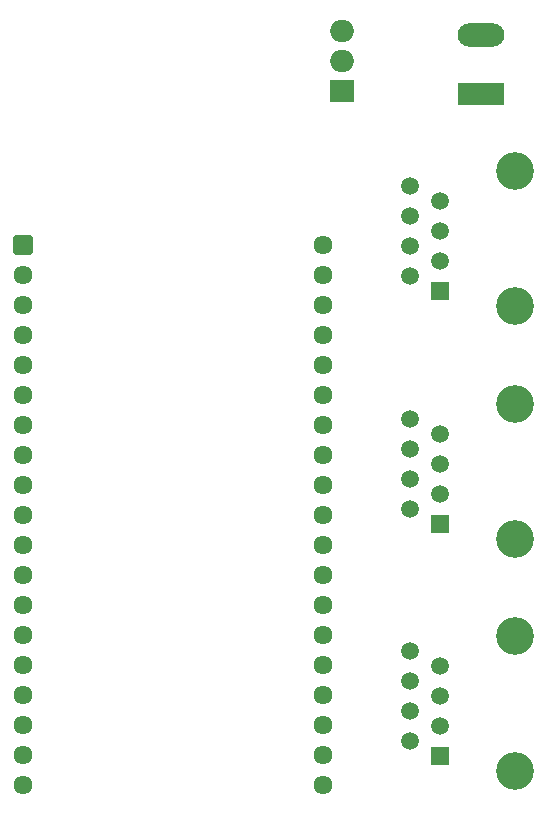
<source format=gbr>
%TF.GenerationSoftware,KiCad,Pcbnew,7.0.9*%
%TF.CreationDate,2024-06-07T23:52:37-04:00*%
%TF.ProjectId,Coms Board V2,436f6d73-2042-46f6-9172-642056322e6b,rev?*%
%TF.SameCoordinates,Original*%
%TF.FileFunction,Soldermask,Top*%
%TF.FilePolarity,Negative*%
%FSLAX46Y46*%
G04 Gerber Fmt 4.6, Leading zero omitted, Abs format (unit mm)*
G04 Created by KiCad (PCBNEW 7.0.9) date 2024-06-07 23:52:37*
%MOMM*%
%LPD*%
G01*
G04 APERTURE LIST*
G04 Aperture macros list*
%AMRoundRect*
0 Rectangle with rounded corners*
0 $1 Rounding radius*
0 $2 $3 $4 $5 $6 $7 $8 $9 X,Y pos of 4 corners*
0 Add a 4 corners polygon primitive as box body*
4,1,4,$2,$3,$4,$5,$6,$7,$8,$9,$2,$3,0*
0 Add four circle primitives for the rounded corners*
1,1,$1+$1,$2,$3*
1,1,$1+$1,$4,$5*
1,1,$1+$1,$6,$7*
1,1,$1+$1,$8,$9*
0 Add four rect primitives between the rounded corners*
20,1,$1+$1,$2,$3,$4,$5,0*
20,1,$1+$1,$4,$5,$6,$7,0*
20,1,$1+$1,$6,$7,$8,$9,0*
20,1,$1+$1,$8,$9,$2,$3,0*%
G04 Aperture macros list end*
%ADD10C,3.200000*%
%ADD11R,1.500000X1.500000*%
%ADD12C,1.500000*%
%ADD13RoundRect,0.102000X-0.704000X-0.704000X0.704000X-0.704000X0.704000X0.704000X-0.704000X0.704000X0*%
%ADD14C,1.612000*%
%ADD15R,2.000000X1.905000*%
%ADD16O,2.000000X1.905000*%
%ADD17R,3.960000X1.980000*%
%ADD18O,3.960000X1.980000*%
G04 APERTURE END LIST*
D10*
%TO.C,J3*%
X176510000Y-119217500D03*
X176510000Y-107787500D03*
D11*
X170160000Y-117947500D03*
D12*
X167620000Y-116677500D03*
X170160000Y-115407500D03*
X167620000Y-114137500D03*
X170160000Y-112867500D03*
X167620000Y-111597500D03*
X170160000Y-110327500D03*
X167620000Y-109057500D03*
%TD*%
D10*
%TO.C,J1*%
X176510000Y-79847500D03*
X176510000Y-68417500D03*
D11*
X170160000Y-78577500D03*
D12*
X167620000Y-77307500D03*
X170160000Y-76037500D03*
X167620000Y-74767500D03*
X170160000Y-73497500D03*
X167620000Y-72227500D03*
X170160000Y-70957500D03*
X167620000Y-69687500D03*
%TD*%
D10*
%TO.C,J2*%
X176510000Y-99532500D03*
X176510000Y-88102500D03*
D11*
X170160000Y-98262500D03*
D12*
X167620000Y-96992500D03*
X170160000Y-95722500D03*
X167620000Y-94452500D03*
X170160000Y-93182500D03*
X167620000Y-91912500D03*
X170160000Y-90642500D03*
X167620000Y-89372500D03*
%TD*%
D13*
%TO.C,U1*%
X134847500Y-74650000D03*
D14*
X134847500Y-77190000D03*
X134847500Y-79730000D03*
X134847500Y-82270000D03*
X134847500Y-84810000D03*
X134847500Y-87350000D03*
X134847500Y-89890000D03*
X134847500Y-92430000D03*
X134847500Y-94970000D03*
X134847500Y-97510000D03*
X134847500Y-100050000D03*
X134847500Y-102590000D03*
X134847500Y-105130000D03*
X134847500Y-107670000D03*
X134847500Y-110210000D03*
X134847500Y-112750000D03*
X134847500Y-115290000D03*
X134847500Y-117830000D03*
X134847500Y-120370000D03*
X160247500Y-74650000D03*
X160247500Y-77190000D03*
X160247500Y-79730000D03*
X160247500Y-82270000D03*
X160247500Y-84810000D03*
X160247500Y-87350000D03*
X160247500Y-89890000D03*
X160247500Y-92430000D03*
X160247500Y-94970000D03*
X160247500Y-97510000D03*
X160247500Y-100050000D03*
X160247500Y-102590000D03*
X160247500Y-105130000D03*
X160247500Y-107670000D03*
X160247500Y-110210000D03*
X160247500Y-112750000D03*
X160247500Y-115290000D03*
X160247500Y-117830000D03*
X160247500Y-120370000D03*
%TD*%
D15*
%TO.C,U2*%
X161925000Y-61595000D03*
D16*
X161925000Y-59055000D03*
X161925000Y-56515000D03*
%TD*%
D17*
%TO.C,J4*%
X173680000Y-61820000D03*
D18*
X173680000Y-56820000D03*
%TD*%
M02*

</source>
